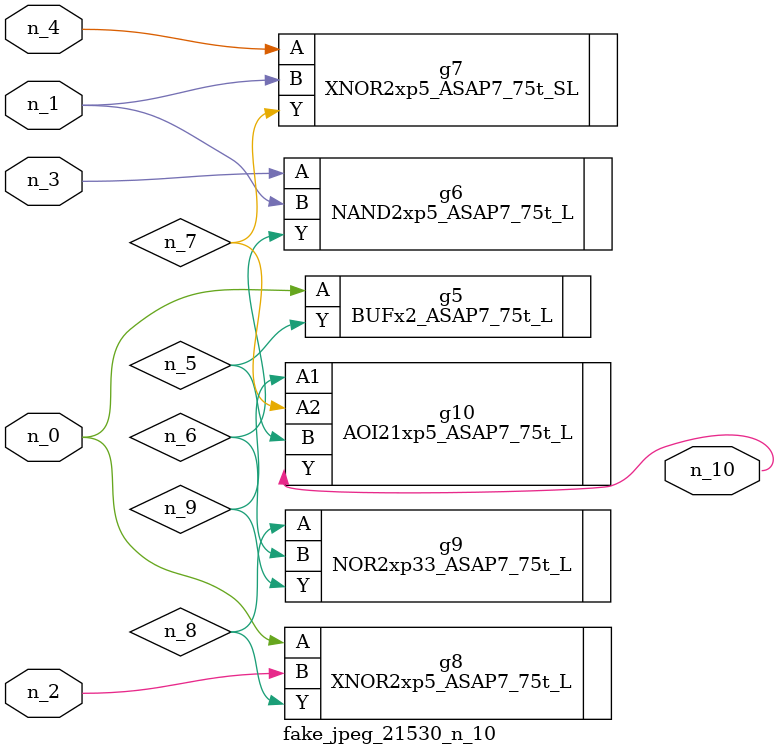
<source format=v>
module fake_jpeg_21530_n_10 (n_3, n_2, n_1, n_0, n_4, n_10);

input n_3;
input n_2;
input n_1;
input n_0;
input n_4;

output n_10;

wire n_8;
wire n_9;
wire n_6;
wire n_5;
wire n_7;

BUFx2_ASAP7_75t_L g5 ( 
.A(n_0),
.Y(n_5)
);

NAND2xp5_ASAP7_75t_L g6 ( 
.A(n_3),
.B(n_1),
.Y(n_6)
);

XNOR2xp5_ASAP7_75t_SL g7 ( 
.A(n_4),
.B(n_1),
.Y(n_7)
);

XNOR2xp5_ASAP7_75t_L g8 ( 
.A(n_0),
.B(n_2),
.Y(n_8)
);

NOR2xp33_ASAP7_75t_L g9 ( 
.A(n_8),
.B(n_6),
.Y(n_9)
);

AOI21xp5_ASAP7_75t_L g10 ( 
.A1(n_9),
.A2(n_7),
.B(n_5),
.Y(n_10)
);


endmodule
</source>
